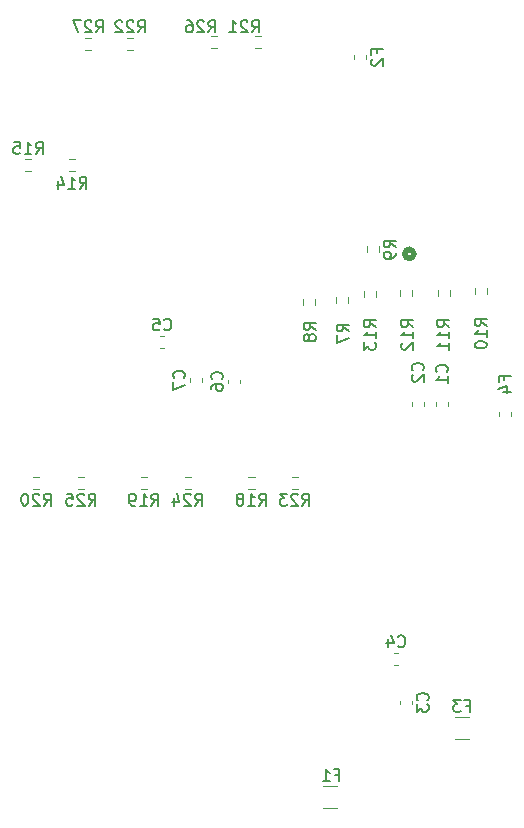
<source format=gbr>
%TF.GenerationSoftware,KiCad,Pcbnew,7.0.7*%
%TF.CreationDate,2024-05-10T07:30:13-05:00*%
%TF.ProjectId,WaterBlasterV2,57617465-7242-46c6-9173-74657256322e,rev?*%
%TF.SameCoordinates,Original*%
%TF.FileFunction,Legend,Bot*%
%TF.FilePolarity,Positive*%
%FSLAX46Y46*%
G04 Gerber Fmt 4.6, Leading zero omitted, Abs format (unit mm)*
G04 Created by KiCad (PCBNEW 7.0.7) date 2024-05-10 07:30:13*
%MOMM*%
%LPD*%
G01*
G04 APERTURE LIST*
%ADD10C,0.150000*%
%ADD11C,0.120000*%
%ADD12C,0.508000*%
G04 APERTURE END LIST*
D10*
X141282009Y-96313666D02*
X141282009Y-95980333D01*
X141805819Y-95980333D02*
X140805819Y-95980333D01*
X140805819Y-95980333D02*
X140805819Y-96456523D01*
X141139152Y-97266047D02*
X141805819Y-97266047D01*
X140758200Y-97027952D02*
X141472485Y-96789857D01*
X141472485Y-96789857D02*
X141472485Y-97408904D01*
X132059819Y-85050333D02*
X131583628Y-84717000D01*
X132059819Y-84478905D02*
X131059819Y-84478905D01*
X131059819Y-84478905D02*
X131059819Y-84859857D01*
X131059819Y-84859857D02*
X131107438Y-84955095D01*
X131107438Y-84955095D02*
X131155057Y-85002714D01*
X131155057Y-85002714D02*
X131250295Y-85050333D01*
X131250295Y-85050333D02*
X131393152Y-85050333D01*
X131393152Y-85050333D02*
X131488390Y-85002714D01*
X131488390Y-85002714D02*
X131536009Y-84955095D01*
X131536009Y-84955095D02*
X131583628Y-84859857D01*
X131583628Y-84859857D02*
X131583628Y-84478905D01*
X132059819Y-85526524D02*
X132059819Y-85717000D01*
X132059819Y-85717000D02*
X132012200Y-85812238D01*
X132012200Y-85812238D02*
X131964580Y-85859857D01*
X131964580Y-85859857D02*
X131821723Y-85955095D01*
X131821723Y-85955095D02*
X131631247Y-86002714D01*
X131631247Y-86002714D02*
X131250295Y-86002714D01*
X131250295Y-86002714D02*
X131155057Y-85955095D01*
X131155057Y-85955095D02*
X131107438Y-85907476D01*
X131107438Y-85907476D02*
X131059819Y-85812238D01*
X131059819Y-85812238D02*
X131059819Y-85621762D01*
X131059819Y-85621762D02*
X131107438Y-85526524D01*
X131107438Y-85526524D02*
X131155057Y-85478905D01*
X131155057Y-85478905D02*
X131250295Y-85431286D01*
X131250295Y-85431286D02*
X131488390Y-85431286D01*
X131488390Y-85431286D02*
X131583628Y-85478905D01*
X131583628Y-85478905D02*
X131631247Y-85526524D01*
X131631247Y-85526524D02*
X131678866Y-85621762D01*
X131678866Y-85621762D02*
X131678866Y-85812238D01*
X131678866Y-85812238D02*
X131631247Y-85907476D01*
X131631247Y-85907476D02*
X131583628Y-85955095D01*
X131583628Y-85955095D02*
X131488390Y-86002714D01*
X125295819Y-92035333D02*
X124819628Y-91702000D01*
X125295819Y-91463905D02*
X124295819Y-91463905D01*
X124295819Y-91463905D02*
X124295819Y-91844857D01*
X124295819Y-91844857D02*
X124343438Y-91940095D01*
X124343438Y-91940095D02*
X124391057Y-91987714D01*
X124391057Y-91987714D02*
X124486295Y-92035333D01*
X124486295Y-92035333D02*
X124629152Y-92035333D01*
X124629152Y-92035333D02*
X124724390Y-91987714D01*
X124724390Y-91987714D02*
X124772009Y-91940095D01*
X124772009Y-91940095D02*
X124819628Y-91844857D01*
X124819628Y-91844857D02*
X124819628Y-91463905D01*
X124724390Y-92606762D02*
X124676771Y-92511524D01*
X124676771Y-92511524D02*
X124629152Y-92463905D01*
X124629152Y-92463905D02*
X124533914Y-92416286D01*
X124533914Y-92416286D02*
X124486295Y-92416286D01*
X124486295Y-92416286D02*
X124391057Y-92463905D01*
X124391057Y-92463905D02*
X124343438Y-92511524D01*
X124343438Y-92511524D02*
X124295819Y-92606762D01*
X124295819Y-92606762D02*
X124295819Y-92797238D01*
X124295819Y-92797238D02*
X124343438Y-92892476D01*
X124343438Y-92892476D02*
X124391057Y-92940095D01*
X124391057Y-92940095D02*
X124486295Y-92987714D01*
X124486295Y-92987714D02*
X124533914Y-92987714D01*
X124533914Y-92987714D02*
X124629152Y-92940095D01*
X124629152Y-92940095D02*
X124676771Y-92892476D01*
X124676771Y-92892476D02*
X124724390Y-92797238D01*
X124724390Y-92797238D02*
X124724390Y-92606762D01*
X124724390Y-92606762D02*
X124772009Y-92511524D01*
X124772009Y-92511524D02*
X124819628Y-92463905D01*
X124819628Y-92463905D02*
X124914866Y-92416286D01*
X124914866Y-92416286D02*
X125105342Y-92416286D01*
X125105342Y-92416286D02*
X125200580Y-92463905D01*
X125200580Y-92463905D02*
X125248200Y-92511524D01*
X125248200Y-92511524D02*
X125295819Y-92606762D01*
X125295819Y-92606762D02*
X125295819Y-92797238D01*
X125295819Y-92797238D02*
X125248200Y-92892476D01*
X125248200Y-92892476D02*
X125200580Y-92940095D01*
X125200580Y-92940095D02*
X125105342Y-92987714D01*
X125105342Y-92987714D02*
X124914866Y-92987714D01*
X124914866Y-92987714D02*
X124819628Y-92940095D01*
X124819628Y-92940095D02*
X124772009Y-92892476D01*
X124772009Y-92892476D02*
X124724390Y-92797238D01*
X128089819Y-92162333D02*
X127613628Y-91829000D01*
X128089819Y-91590905D02*
X127089819Y-91590905D01*
X127089819Y-91590905D02*
X127089819Y-91971857D01*
X127089819Y-91971857D02*
X127137438Y-92067095D01*
X127137438Y-92067095D02*
X127185057Y-92114714D01*
X127185057Y-92114714D02*
X127280295Y-92162333D01*
X127280295Y-92162333D02*
X127423152Y-92162333D01*
X127423152Y-92162333D02*
X127518390Y-92114714D01*
X127518390Y-92114714D02*
X127566009Y-92067095D01*
X127566009Y-92067095D02*
X127613628Y-91971857D01*
X127613628Y-91971857D02*
X127613628Y-91590905D01*
X127089819Y-92495667D02*
X127089819Y-93162333D01*
X127089819Y-93162333D02*
X128089819Y-92733762D01*
X114118580Y-96099333D02*
X114166200Y-96051714D01*
X114166200Y-96051714D02*
X114213819Y-95908857D01*
X114213819Y-95908857D02*
X114213819Y-95813619D01*
X114213819Y-95813619D02*
X114166200Y-95670762D01*
X114166200Y-95670762D02*
X114070961Y-95575524D01*
X114070961Y-95575524D02*
X113975723Y-95527905D01*
X113975723Y-95527905D02*
X113785247Y-95480286D01*
X113785247Y-95480286D02*
X113642390Y-95480286D01*
X113642390Y-95480286D02*
X113451914Y-95527905D01*
X113451914Y-95527905D02*
X113356676Y-95575524D01*
X113356676Y-95575524D02*
X113261438Y-95670762D01*
X113261438Y-95670762D02*
X113213819Y-95813619D01*
X113213819Y-95813619D02*
X113213819Y-95908857D01*
X113213819Y-95908857D02*
X113261438Y-96051714D01*
X113261438Y-96051714D02*
X113309057Y-96099333D01*
X113213819Y-96432667D02*
X113213819Y-97099333D01*
X113213819Y-97099333D02*
X114213819Y-96670762D01*
X117343830Y-96226333D02*
X117391450Y-96178714D01*
X117391450Y-96178714D02*
X117439069Y-96035857D01*
X117439069Y-96035857D02*
X117439069Y-95940619D01*
X117439069Y-95940619D02*
X117391450Y-95797762D01*
X117391450Y-95797762D02*
X117296211Y-95702524D01*
X117296211Y-95702524D02*
X117200973Y-95654905D01*
X117200973Y-95654905D02*
X117010497Y-95607286D01*
X117010497Y-95607286D02*
X116867640Y-95607286D01*
X116867640Y-95607286D02*
X116677164Y-95654905D01*
X116677164Y-95654905D02*
X116581926Y-95702524D01*
X116581926Y-95702524D02*
X116486688Y-95797762D01*
X116486688Y-95797762D02*
X116439069Y-95940619D01*
X116439069Y-95940619D02*
X116439069Y-96035857D01*
X116439069Y-96035857D02*
X116486688Y-96178714D01*
X116486688Y-96178714D02*
X116534307Y-96226333D01*
X116439069Y-97083476D02*
X116439069Y-96893000D01*
X116439069Y-96893000D02*
X116486688Y-96797762D01*
X116486688Y-96797762D02*
X116534307Y-96750143D01*
X116534307Y-96750143D02*
X116677164Y-96654905D01*
X116677164Y-96654905D02*
X116867640Y-96607286D01*
X116867640Y-96607286D02*
X117248592Y-96607286D01*
X117248592Y-96607286D02*
X117343830Y-96654905D01*
X117343830Y-96654905D02*
X117391450Y-96702524D01*
X117391450Y-96702524D02*
X117439069Y-96797762D01*
X117439069Y-96797762D02*
X117439069Y-96988238D01*
X117439069Y-96988238D02*
X117391450Y-97083476D01*
X117391450Y-97083476D02*
X117343830Y-97131095D01*
X117343830Y-97131095D02*
X117248592Y-97178714D01*
X117248592Y-97178714D02*
X117010497Y-97178714D01*
X117010497Y-97178714D02*
X116915259Y-97131095D01*
X116915259Y-97131095D02*
X116867640Y-97083476D01*
X116867640Y-97083476D02*
X116820021Y-96988238D01*
X116820021Y-96988238D02*
X116820021Y-96797762D01*
X116820021Y-96797762D02*
X116867640Y-96702524D01*
X116867640Y-96702524D02*
X116915259Y-96654905D01*
X116915259Y-96654905D02*
X117010497Y-96607286D01*
X112470665Y-91982480D02*
X112518284Y-92030100D01*
X112518284Y-92030100D02*
X112661141Y-92077719D01*
X112661141Y-92077719D02*
X112756379Y-92077719D01*
X112756379Y-92077719D02*
X112899236Y-92030100D01*
X112899236Y-92030100D02*
X112994474Y-91934861D01*
X112994474Y-91934861D02*
X113042093Y-91839623D01*
X113042093Y-91839623D02*
X113089712Y-91649147D01*
X113089712Y-91649147D02*
X113089712Y-91506290D01*
X113089712Y-91506290D02*
X113042093Y-91315814D01*
X113042093Y-91315814D02*
X112994474Y-91220576D01*
X112994474Y-91220576D02*
X112899236Y-91125338D01*
X112899236Y-91125338D02*
X112756379Y-91077719D01*
X112756379Y-91077719D02*
X112661141Y-91077719D01*
X112661141Y-91077719D02*
X112518284Y-91125338D01*
X112518284Y-91125338D02*
X112470665Y-91172957D01*
X111565903Y-91077719D02*
X112042093Y-91077719D01*
X112042093Y-91077719D02*
X112089712Y-91553909D01*
X112089712Y-91553909D02*
X112042093Y-91506290D01*
X112042093Y-91506290D02*
X111946855Y-91458671D01*
X111946855Y-91458671D02*
X111708760Y-91458671D01*
X111708760Y-91458671D02*
X111613522Y-91506290D01*
X111613522Y-91506290D02*
X111565903Y-91553909D01*
X111565903Y-91553909D02*
X111518284Y-91649147D01*
X111518284Y-91649147D02*
X111518284Y-91887242D01*
X111518284Y-91887242D02*
X111565903Y-91982480D01*
X111565903Y-91982480D02*
X111613522Y-92030100D01*
X111613522Y-92030100D02*
X111708760Y-92077719D01*
X111708760Y-92077719D02*
X111946855Y-92077719D01*
X111946855Y-92077719D02*
X112042093Y-92030100D01*
X112042093Y-92030100D02*
X112089712Y-91982480D01*
X106687857Y-66842819D02*
X107021190Y-66366628D01*
X107259285Y-66842819D02*
X107259285Y-65842819D01*
X107259285Y-65842819D02*
X106878333Y-65842819D01*
X106878333Y-65842819D02*
X106783095Y-65890438D01*
X106783095Y-65890438D02*
X106735476Y-65938057D01*
X106735476Y-65938057D02*
X106687857Y-66033295D01*
X106687857Y-66033295D02*
X106687857Y-66176152D01*
X106687857Y-66176152D02*
X106735476Y-66271390D01*
X106735476Y-66271390D02*
X106783095Y-66319009D01*
X106783095Y-66319009D02*
X106878333Y-66366628D01*
X106878333Y-66366628D02*
X107259285Y-66366628D01*
X106306904Y-65938057D02*
X106259285Y-65890438D01*
X106259285Y-65890438D02*
X106164047Y-65842819D01*
X106164047Y-65842819D02*
X105925952Y-65842819D01*
X105925952Y-65842819D02*
X105830714Y-65890438D01*
X105830714Y-65890438D02*
X105783095Y-65938057D01*
X105783095Y-65938057D02*
X105735476Y-66033295D01*
X105735476Y-66033295D02*
X105735476Y-66128533D01*
X105735476Y-66128533D02*
X105783095Y-66271390D01*
X105783095Y-66271390D02*
X106354523Y-66842819D01*
X106354523Y-66842819D02*
X105735476Y-66842819D01*
X105402142Y-65842819D02*
X104735476Y-65842819D01*
X104735476Y-65842819D02*
X105164047Y-66842819D01*
X116212857Y-66842819D02*
X116546190Y-66366628D01*
X116784285Y-66842819D02*
X116784285Y-65842819D01*
X116784285Y-65842819D02*
X116403333Y-65842819D01*
X116403333Y-65842819D02*
X116308095Y-65890438D01*
X116308095Y-65890438D02*
X116260476Y-65938057D01*
X116260476Y-65938057D02*
X116212857Y-66033295D01*
X116212857Y-66033295D02*
X116212857Y-66176152D01*
X116212857Y-66176152D02*
X116260476Y-66271390D01*
X116260476Y-66271390D02*
X116308095Y-66319009D01*
X116308095Y-66319009D02*
X116403333Y-66366628D01*
X116403333Y-66366628D02*
X116784285Y-66366628D01*
X115831904Y-65938057D02*
X115784285Y-65890438D01*
X115784285Y-65890438D02*
X115689047Y-65842819D01*
X115689047Y-65842819D02*
X115450952Y-65842819D01*
X115450952Y-65842819D02*
X115355714Y-65890438D01*
X115355714Y-65890438D02*
X115308095Y-65938057D01*
X115308095Y-65938057D02*
X115260476Y-66033295D01*
X115260476Y-66033295D02*
X115260476Y-66128533D01*
X115260476Y-66128533D02*
X115308095Y-66271390D01*
X115308095Y-66271390D02*
X115879523Y-66842819D01*
X115879523Y-66842819D02*
X115260476Y-66842819D01*
X114403333Y-65842819D02*
X114593809Y-65842819D01*
X114593809Y-65842819D02*
X114689047Y-65890438D01*
X114689047Y-65890438D02*
X114736666Y-65938057D01*
X114736666Y-65938057D02*
X114831904Y-66080914D01*
X114831904Y-66080914D02*
X114879523Y-66271390D01*
X114879523Y-66271390D02*
X114879523Y-66652342D01*
X114879523Y-66652342D02*
X114831904Y-66747580D01*
X114831904Y-66747580D02*
X114784285Y-66795200D01*
X114784285Y-66795200D02*
X114689047Y-66842819D01*
X114689047Y-66842819D02*
X114498571Y-66842819D01*
X114498571Y-66842819D02*
X114403333Y-66795200D01*
X114403333Y-66795200D02*
X114355714Y-66747580D01*
X114355714Y-66747580D02*
X114308095Y-66652342D01*
X114308095Y-66652342D02*
X114308095Y-66414247D01*
X114308095Y-66414247D02*
X114355714Y-66319009D01*
X114355714Y-66319009D02*
X114403333Y-66271390D01*
X114403333Y-66271390D02*
X114498571Y-66223771D01*
X114498571Y-66223771D02*
X114689047Y-66223771D01*
X114689047Y-66223771D02*
X114784285Y-66271390D01*
X114784285Y-66271390D02*
X114831904Y-66319009D01*
X114831904Y-66319009D02*
X114879523Y-66414247D01*
X106076357Y-106913819D02*
X106409690Y-106437628D01*
X106647785Y-106913819D02*
X106647785Y-105913819D01*
X106647785Y-105913819D02*
X106266833Y-105913819D01*
X106266833Y-105913819D02*
X106171595Y-105961438D01*
X106171595Y-105961438D02*
X106123976Y-106009057D01*
X106123976Y-106009057D02*
X106076357Y-106104295D01*
X106076357Y-106104295D02*
X106076357Y-106247152D01*
X106076357Y-106247152D02*
X106123976Y-106342390D01*
X106123976Y-106342390D02*
X106171595Y-106390009D01*
X106171595Y-106390009D02*
X106266833Y-106437628D01*
X106266833Y-106437628D02*
X106647785Y-106437628D01*
X105695404Y-106009057D02*
X105647785Y-105961438D01*
X105647785Y-105961438D02*
X105552547Y-105913819D01*
X105552547Y-105913819D02*
X105314452Y-105913819D01*
X105314452Y-105913819D02*
X105219214Y-105961438D01*
X105219214Y-105961438D02*
X105171595Y-106009057D01*
X105171595Y-106009057D02*
X105123976Y-106104295D01*
X105123976Y-106104295D02*
X105123976Y-106199533D01*
X105123976Y-106199533D02*
X105171595Y-106342390D01*
X105171595Y-106342390D02*
X105743023Y-106913819D01*
X105743023Y-106913819D02*
X105123976Y-106913819D01*
X104219214Y-105913819D02*
X104695404Y-105913819D01*
X104695404Y-105913819D02*
X104743023Y-106390009D01*
X104743023Y-106390009D02*
X104695404Y-106342390D01*
X104695404Y-106342390D02*
X104600166Y-106294771D01*
X104600166Y-106294771D02*
X104362071Y-106294771D01*
X104362071Y-106294771D02*
X104266833Y-106342390D01*
X104266833Y-106342390D02*
X104219214Y-106390009D01*
X104219214Y-106390009D02*
X104171595Y-106485247D01*
X104171595Y-106485247D02*
X104171595Y-106723342D01*
X104171595Y-106723342D02*
X104219214Y-106818580D01*
X104219214Y-106818580D02*
X104266833Y-106866200D01*
X104266833Y-106866200D02*
X104362071Y-106913819D01*
X104362071Y-106913819D02*
X104600166Y-106913819D01*
X104600166Y-106913819D02*
X104695404Y-106866200D01*
X104695404Y-106866200D02*
X104743023Y-106818580D01*
X115093357Y-106913819D02*
X115426690Y-106437628D01*
X115664785Y-106913819D02*
X115664785Y-105913819D01*
X115664785Y-105913819D02*
X115283833Y-105913819D01*
X115283833Y-105913819D02*
X115188595Y-105961438D01*
X115188595Y-105961438D02*
X115140976Y-106009057D01*
X115140976Y-106009057D02*
X115093357Y-106104295D01*
X115093357Y-106104295D02*
X115093357Y-106247152D01*
X115093357Y-106247152D02*
X115140976Y-106342390D01*
X115140976Y-106342390D02*
X115188595Y-106390009D01*
X115188595Y-106390009D02*
X115283833Y-106437628D01*
X115283833Y-106437628D02*
X115664785Y-106437628D01*
X114712404Y-106009057D02*
X114664785Y-105961438D01*
X114664785Y-105961438D02*
X114569547Y-105913819D01*
X114569547Y-105913819D02*
X114331452Y-105913819D01*
X114331452Y-105913819D02*
X114236214Y-105961438D01*
X114236214Y-105961438D02*
X114188595Y-106009057D01*
X114188595Y-106009057D02*
X114140976Y-106104295D01*
X114140976Y-106104295D02*
X114140976Y-106199533D01*
X114140976Y-106199533D02*
X114188595Y-106342390D01*
X114188595Y-106342390D02*
X114760023Y-106913819D01*
X114760023Y-106913819D02*
X114140976Y-106913819D01*
X113283833Y-106247152D02*
X113283833Y-106913819D01*
X113521928Y-105866200D02*
X113760023Y-106580485D01*
X113760023Y-106580485D02*
X113140976Y-106580485D01*
X124166857Y-106913819D02*
X124500190Y-106437628D01*
X124738285Y-106913819D02*
X124738285Y-105913819D01*
X124738285Y-105913819D02*
X124357333Y-105913819D01*
X124357333Y-105913819D02*
X124262095Y-105961438D01*
X124262095Y-105961438D02*
X124214476Y-106009057D01*
X124214476Y-106009057D02*
X124166857Y-106104295D01*
X124166857Y-106104295D02*
X124166857Y-106247152D01*
X124166857Y-106247152D02*
X124214476Y-106342390D01*
X124214476Y-106342390D02*
X124262095Y-106390009D01*
X124262095Y-106390009D02*
X124357333Y-106437628D01*
X124357333Y-106437628D02*
X124738285Y-106437628D01*
X123785904Y-106009057D02*
X123738285Y-105961438D01*
X123738285Y-105961438D02*
X123643047Y-105913819D01*
X123643047Y-105913819D02*
X123404952Y-105913819D01*
X123404952Y-105913819D02*
X123309714Y-105961438D01*
X123309714Y-105961438D02*
X123262095Y-106009057D01*
X123262095Y-106009057D02*
X123214476Y-106104295D01*
X123214476Y-106104295D02*
X123214476Y-106199533D01*
X123214476Y-106199533D02*
X123262095Y-106342390D01*
X123262095Y-106342390D02*
X123833523Y-106913819D01*
X123833523Y-106913819D02*
X123214476Y-106913819D01*
X122881142Y-105913819D02*
X122262095Y-105913819D01*
X122262095Y-105913819D02*
X122595428Y-106294771D01*
X122595428Y-106294771D02*
X122452571Y-106294771D01*
X122452571Y-106294771D02*
X122357333Y-106342390D01*
X122357333Y-106342390D02*
X122309714Y-106390009D01*
X122309714Y-106390009D02*
X122262095Y-106485247D01*
X122262095Y-106485247D02*
X122262095Y-106723342D01*
X122262095Y-106723342D02*
X122309714Y-106818580D01*
X122309714Y-106818580D02*
X122357333Y-106866200D01*
X122357333Y-106866200D02*
X122452571Y-106913819D01*
X122452571Y-106913819D02*
X122738285Y-106913819D01*
X122738285Y-106913819D02*
X122833523Y-106866200D01*
X122833523Y-106866200D02*
X122881142Y-106818580D01*
X110243857Y-66842819D02*
X110577190Y-66366628D01*
X110815285Y-66842819D02*
X110815285Y-65842819D01*
X110815285Y-65842819D02*
X110434333Y-65842819D01*
X110434333Y-65842819D02*
X110339095Y-65890438D01*
X110339095Y-65890438D02*
X110291476Y-65938057D01*
X110291476Y-65938057D02*
X110243857Y-66033295D01*
X110243857Y-66033295D02*
X110243857Y-66176152D01*
X110243857Y-66176152D02*
X110291476Y-66271390D01*
X110291476Y-66271390D02*
X110339095Y-66319009D01*
X110339095Y-66319009D02*
X110434333Y-66366628D01*
X110434333Y-66366628D02*
X110815285Y-66366628D01*
X109862904Y-65938057D02*
X109815285Y-65890438D01*
X109815285Y-65890438D02*
X109720047Y-65842819D01*
X109720047Y-65842819D02*
X109481952Y-65842819D01*
X109481952Y-65842819D02*
X109386714Y-65890438D01*
X109386714Y-65890438D02*
X109339095Y-65938057D01*
X109339095Y-65938057D02*
X109291476Y-66033295D01*
X109291476Y-66033295D02*
X109291476Y-66128533D01*
X109291476Y-66128533D02*
X109339095Y-66271390D01*
X109339095Y-66271390D02*
X109910523Y-66842819D01*
X109910523Y-66842819D02*
X109291476Y-66842819D01*
X108910523Y-65938057D02*
X108862904Y-65890438D01*
X108862904Y-65890438D02*
X108767666Y-65842819D01*
X108767666Y-65842819D02*
X108529571Y-65842819D01*
X108529571Y-65842819D02*
X108434333Y-65890438D01*
X108434333Y-65890438D02*
X108386714Y-65938057D01*
X108386714Y-65938057D02*
X108339095Y-66033295D01*
X108339095Y-66033295D02*
X108339095Y-66128533D01*
X108339095Y-66128533D02*
X108386714Y-66271390D01*
X108386714Y-66271390D02*
X108958142Y-66842819D01*
X108958142Y-66842819D02*
X108339095Y-66842819D01*
X119895857Y-66842819D02*
X120229190Y-66366628D01*
X120467285Y-66842819D02*
X120467285Y-65842819D01*
X120467285Y-65842819D02*
X120086333Y-65842819D01*
X120086333Y-65842819D02*
X119991095Y-65890438D01*
X119991095Y-65890438D02*
X119943476Y-65938057D01*
X119943476Y-65938057D02*
X119895857Y-66033295D01*
X119895857Y-66033295D02*
X119895857Y-66176152D01*
X119895857Y-66176152D02*
X119943476Y-66271390D01*
X119943476Y-66271390D02*
X119991095Y-66319009D01*
X119991095Y-66319009D02*
X120086333Y-66366628D01*
X120086333Y-66366628D02*
X120467285Y-66366628D01*
X119514904Y-65938057D02*
X119467285Y-65890438D01*
X119467285Y-65890438D02*
X119372047Y-65842819D01*
X119372047Y-65842819D02*
X119133952Y-65842819D01*
X119133952Y-65842819D02*
X119038714Y-65890438D01*
X119038714Y-65890438D02*
X118991095Y-65938057D01*
X118991095Y-65938057D02*
X118943476Y-66033295D01*
X118943476Y-66033295D02*
X118943476Y-66128533D01*
X118943476Y-66128533D02*
X118991095Y-66271390D01*
X118991095Y-66271390D02*
X119562523Y-66842819D01*
X119562523Y-66842819D02*
X118943476Y-66842819D01*
X117991095Y-66842819D02*
X118562523Y-66842819D01*
X118276809Y-66842819D02*
X118276809Y-65842819D01*
X118276809Y-65842819D02*
X118372047Y-65985676D01*
X118372047Y-65985676D02*
X118467285Y-66080914D01*
X118467285Y-66080914D02*
X118562523Y-66128533D01*
X102289857Y-106913819D02*
X102623190Y-106437628D01*
X102861285Y-106913819D02*
X102861285Y-105913819D01*
X102861285Y-105913819D02*
X102480333Y-105913819D01*
X102480333Y-105913819D02*
X102385095Y-105961438D01*
X102385095Y-105961438D02*
X102337476Y-106009057D01*
X102337476Y-106009057D02*
X102289857Y-106104295D01*
X102289857Y-106104295D02*
X102289857Y-106247152D01*
X102289857Y-106247152D02*
X102337476Y-106342390D01*
X102337476Y-106342390D02*
X102385095Y-106390009D01*
X102385095Y-106390009D02*
X102480333Y-106437628D01*
X102480333Y-106437628D02*
X102861285Y-106437628D01*
X101908904Y-106009057D02*
X101861285Y-105961438D01*
X101861285Y-105961438D02*
X101766047Y-105913819D01*
X101766047Y-105913819D02*
X101527952Y-105913819D01*
X101527952Y-105913819D02*
X101432714Y-105961438D01*
X101432714Y-105961438D02*
X101385095Y-106009057D01*
X101385095Y-106009057D02*
X101337476Y-106104295D01*
X101337476Y-106104295D02*
X101337476Y-106199533D01*
X101337476Y-106199533D02*
X101385095Y-106342390D01*
X101385095Y-106342390D02*
X101956523Y-106913819D01*
X101956523Y-106913819D02*
X101337476Y-106913819D01*
X100718428Y-105913819D02*
X100623190Y-105913819D01*
X100623190Y-105913819D02*
X100527952Y-105961438D01*
X100527952Y-105961438D02*
X100480333Y-106009057D01*
X100480333Y-106009057D02*
X100432714Y-106104295D01*
X100432714Y-106104295D02*
X100385095Y-106294771D01*
X100385095Y-106294771D02*
X100385095Y-106532866D01*
X100385095Y-106532866D02*
X100432714Y-106723342D01*
X100432714Y-106723342D02*
X100480333Y-106818580D01*
X100480333Y-106818580D02*
X100527952Y-106866200D01*
X100527952Y-106866200D02*
X100623190Y-106913819D01*
X100623190Y-106913819D02*
X100718428Y-106913819D01*
X100718428Y-106913819D02*
X100813666Y-106866200D01*
X100813666Y-106866200D02*
X100861285Y-106818580D01*
X100861285Y-106818580D02*
X100908904Y-106723342D01*
X100908904Y-106723342D02*
X100956523Y-106532866D01*
X100956523Y-106532866D02*
X100956523Y-106294771D01*
X100956523Y-106294771D02*
X100908904Y-106104295D01*
X100908904Y-106104295D02*
X100861285Y-106009057D01*
X100861285Y-106009057D02*
X100813666Y-105961438D01*
X100813666Y-105961438D02*
X100718428Y-105913819D01*
X111386857Y-106913819D02*
X111720190Y-106437628D01*
X111958285Y-106913819D02*
X111958285Y-105913819D01*
X111958285Y-105913819D02*
X111577333Y-105913819D01*
X111577333Y-105913819D02*
X111482095Y-105961438D01*
X111482095Y-105961438D02*
X111434476Y-106009057D01*
X111434476Y-106009057D02*
X111386857Y-106104295D01*
X111386857Y-106104295D02*
X111386857Y-106247152D01*
X111386857Y-106247152D02*
X111434476Y-106342390D01*
X111434476Y-106342390D02*
X111482095Y-106390009D01*
X111482095Y-106390009D02*
X111577333Y-106437628D01*
X111577333Y-106437628D02*
X111958285Y-106437628D01*
X110434476Y-106913819D02*
X111005904Y-106913819D01*
X110720190Y-106913819D02*
X110720190Y-105913819D01*
X110720190Y-105913819D02*
X110815428Y-106056676D01*
X110815428Y-106056676D02*
X110910666Y-106151914D01*
X110910666Y-106151914D02*
X111005904Y-106199533D01*
X109958285Y-106913819D02*
X109767809Y-106913819D01*
X109767809Y-106913819D02*
X109672571Y-106866200D01*
X109672571Y-106866200D02*
X109624952Y-106818580D01*
X109624952Y-106818580D02*
X109529714Y-106675723D01*
X109529714Y-106675723D02*
X109482095Y-106485247D01*
X109482095Y-106485247D02*
X109482095Y-106104295D01*
X109482095Y-106104295D02*
X109529714Y-106009057D01*
X109529714Y-106009057D02*
X109577333Y-105961438D01*
X109577333Y-105961438D02*
X109672571Y-105913819D01*
X109672571Y-105913819D02*
X109863047Y-105913819D01*
X109863047Y-105913819D02*
X109958285Y-105961438D01*
X109958285Y-105961438D02*
X110005904Y-106009057D01*
X110005904Y-106009057D02*
X110053523Y-106104295D01*
X110053523Y-106104295D02*
X110053523Y-106342390D01*
X110053523Y-106342390D02*
X110005904Y-106437628D01*
X110005904Y-106437628D02*
X109958285Y-106485247D01*
X109958285Y-106485247D02*
X109863047Y-106532866D01*
X109863047Y-106532866D02*
X109672571Y-106532866D01*
X109672571Y-106532866D02*
X109577333Y-106485247D01*
X109577333Y-106485247D02*
X109529714Y-106437628D01*
X109529714Y-106437628D02*
X109482095Y-106342390D01*
X120507357Y-106913819D02*
X120840690Y-106437628D01*
X121078785Y-106913819D02*
X121078785Y-105913819D01*
X121078785Y-105913819D02*
X120697833Y-105913819D01*
X120697833Y-105913819D02*
X120602595Y-105961438D01*
X120602595Y-105961438D02*
X120554976Y-106009057D01*
X120554976Y-106009057D02*
X120507357Y-106104295D01*
X120507357Y-106104295D02*
X120507357Y-106247152D01*
X120507357Y-106247152D02*
X120554976Y-106342390D01*
X120554976Y-106342390D02*
X120602595Y-106390009D01*
X120602595Y-106390009D02*
X120697833Y-106437628D01*
X120697833Y-106437628D02*
X121078785Y-106437628D01*
X119554976Y-106913819D02*
X120126404Y-106913819D01*
X119840690Y-106913819D02*
X119840690Y-105913819D01*
X119840690Y-105913819D02*
X119935928Y-106056676D01*
X119935928Y-106056676D02*
X120031166Y-106151914D01*
X120031166Y-106151914D02*
X120126404Y-106199533D01*
X118983547Y-106342390D02*
X119078785Y-106294771D01*
X119078785Y-106294771D02*
X119126404Y-106247152D01*
X119126404Y-106247152D02*
X119174023Y-106151914D01*
X119174023Y-106151914D02*
X119174023Y-106104295D01*
X119174023Y-106104295D02*
X119126404Y-106009057D01*
X119126404Y-106009057D02*
X119078785Y-105961438D01*
X119078785Y-105961438D02*
X118983547Y-105913819D01*
X118983547Y-105913819D02*
X118793071Y-105913819D01*
X118793071Y-105913819D02*
X118697833Y-105961438D01*
X118697833Y-105961438D02*
X118650214Y-106009057D01*
X118650214Y-106009057D02*
X118602595Y-106104295D01*
X118602595Y-106104295D02*
X118602595Y-106151914D01*
X118602595Y-106151914D02*
X118650214Y-106247152D01*
X118650214Y-106247152D02*
X118697833Y-106294771D01*
X118697833Y-106294771D02*
X118793071Y-106342390D01*
X118793071Y-106342390D02*
X118983547Y-106342390D01*
X118983547Y-106342390D02*
X119078785Y-106390009D01*
X119078785Y-106390009D02*
X119126404Y-106437628D01*
X119126404Y-106437628D02*
X119174023Y-106532866D01*
X119174023Y-106532866D02*
X119174023Y-106723342D01*
X119174023Y-106723342D02*
X119126404Y-106818580D01*
X119126404Y-106818580D02*
X119078785Y-106866200D01*
X119078785Y-106866200D02*
X118983547Y-106913819D01*
X118983547Y-106913819D02*
X118793071Y-106913819D01*
X118793071Y-106913819D02*
X118697833Y-106866200D01*
X118697833Y-106866200D02*
X118650214Y-106818580D01*
X118650214Y-106818580D02*
X118602595Y-106723342D01*
X118602595Y-106723342D02*
X118602595Y-106532866D01*
X118602595Y-106532866D02*
X118650214Y-106437628D01*
X118650214Y-106437628D02*
X118697833Y-106390009D01*
X118697833Y-106390009D02*
X118793071Y-106342390D01*
X101607857Y-77129819D02*
X101941190Y-76653628D01*
X102179285Y-77129819D02*
X102179285Y-76129819D01*
X102179285Y-76129819D02*
X101798333Y-76129819D01*
X101798333Y-76129819D02*
X101703095Y-76177438D01*
X101703095Y-76177438D02*
X101655476Y-76225057D01*
X101655476Y-76225057D02*
X101607857Y-76320295D01*
X101607857Y-76320295D02*
X101607857Y-76463152D01*
X101607857Y-76463152D02*
X101655476Y-76558390D01*
X101655476Y-76558390D02*
X101703095Y-76606009D01*
X101703095Y-76606009D02*
X101798333Y-76653628D01*
X101798333Y-76653628D02*
X102179285Y-76653628D01*
X100655476Y-77129819D02*
X101226904Y-77129819D01*
X100941190Y-77129819D02*
X100941190Y-76129819D01*
X100941190Y-76129819D02*
X101036428Y-76272676D01*
X101036428Y-76272676D02*
X101131666Y-76367914D01*
X101131666Y-76367914D02*
X101226904Y-76415533D01*
X99750714Y-76129819D02*
X100226904Y-76129819D01*
X100226904Y-76129819D02*
X100274523Y-76606009D01*
X100274523Y-76606009D02*
X100226904Y-76558390D01*
X100226904Y-76558390D02*
X100131666Y-76510771D01*
X100131666Y-76510771D02*
X99893571Y-76510771D01*
X99893571Y-76510771D02*
X99798333Y-76558390D01*
X99798333Y-76558390D02*
X99750714Y-76606009D01*
X99750714Y-76606009D02*
X99703095Y-76701247D01*
X99703095Y-76701247D02*
X99703095Y-76939342D01*
X99703095Y-76939342D02*
X99750714Y-77034580D01*
X99750714Y-77034580D02*
X99798333Y-77082200D01*
X99798333Y-77082200D02*
X99893571Y-77129819D01*
X99893571Y-77129819D02*
X100131666Y-77129819D01*
X100131666Y-77129819D02*
X100226904Y-77082200D01*
X100226904Y-77082200D02*
X100274523Y-77034580D01*
X105314357Y-80083819D02*
X105647690Y-79607628D01*
X105885785Y-80083819D02*
X105885785Y-79083819D01*
X105885785Y-79083819D02*
X105504833Y-79083819D01*
X105504833Y-79083819D02*
X105409595Y-79131438D01*
X105409595Y-79131438D02*
X105361976Y-79179057D01*
X105361976Y-79179057D02*
X105314357Y-79274295D01*
X105314357Y-79274295D02*
X105314357Y-79417152D01*
X105314357Y-79417152D02*
X105361976Y-79512390D01*
X105361976Y-79512390D02*
X105409595Y-79560009D01*
X105409595Y-79560009D02*
X105504833Y-79607628D01*
X105504833Y-79607628D02*
X105885785Y-79607628D01*
X104361976Y-80083819D02*
X104933404Y-80083819D01*
X104647690Y-80083819D02*
X104647690Y-79083819D01*
X104647690Y-79083819D02*
X104742928Y-79226676D01*
X104742928Y-79226676D02*
X104838166Y-79321914D01*
X104838166Y-79321914D02*
X104933404Y-79369533D01*
X103504833Y-79417152D02*
X103504833Y-80083819D01*
X103742928Y-79036200D02*
X103981023Y-79750485D01*
X103981023Y-79750485D02*
X103361976Y-79750485D01*
X130375819Y-91813142D02*
X129899628Y-91479809D01*
X130375819Y-91241714D02*
X129375819Y-91241714D01*
X129375819Y-91241714D02*
X129375819Y-91622666D01*
X129375819Y-91622666D02*
X129423438Y-91717904D01*
X129423438Y-91717904D02*
X129471057Y-91765523D01*
X129471057Y-91765523D02*
X129566295Y-91813142D01*
X129566295Y-91813142D02*
X129709152Y-91813142D01*
X129709152Y-91813142D02*
X129804390Y-91765523D01*
X129804390Y-91765523D02*
X129852009Y-91717904D01*
X129852009Y-91717904D02*
X129899628Y-91622666D01*
X129899628Y-91622666D02*
X129899628Y-91241714D01*
X130375819Y-92765523D02*
X130375819Y-92194095D01*
X130375819Y-92479809D02*
X129375819Y-92479809D01*
X129375819Y-92479809D02*
X129518676Y-92384571D01*
X129518676Y-92384571D02*
X129613914Y-92289333D01*
X129613914Y-92289333D02*
X129661533Y-92194095D01*
X129375819Y-93098857D02*
X129375819Y-93717904D01*
X129375819Y-93717904D02*
X129756771Y-93384571D01*
X129756771Y-93384571D02*
X129756771Y-93527428D01*
X129756771Y-93527428D02*
X129804390Y-93622666D01*
X129804390Y-93622666D02*
X129852009Y-93670285D01*
X129852009Y-93670285D02*
X129947247Y-93717904D01*
X129947247Y-93717904D02*
X130185342Y-93717904D01*
X130185342Y-93717904D02*
X130280580Y-93670285D01*
X130280580Y-93670285D02*
X130328200Y-93622666D01*
X130328200Y-93622666D02*
X130375819Y-93527428D01*
X130375819Y-93527428D02*
X130375819Y-93241714D01*
X130375819Y-93241714D02*
X130328200Y-93146476D01*
X130328200Y-93146476D02*
X130280580Y-93098857D01*
X133550819Y-91813142D02*
X133074628Y-91479809D01*
X133550819Y-91241714D02*
X132550819Y-91241714D01*
X132550819Y-91241714D02*
X132550819Y-91622666D01*
X132550819Y-91622666D02*
X132598438Y-91717904D01*
X132598438Y-91717904D02*
X132646057Y-91765523D01*
X132646057Y-91765523D02*
X132741295Y-91813142D01*
X132741295Y-91813142D02*
X132884152Y-91813142D01*
X132884152Y-91813142D02*
X132979390Y-91765523D01*
X132979390Y-91765523D02*
X133027009Y-91717904D01*
X133027009Y-91717904D02*
X133074628Y-91622666D01*
X133074628Y-91622666D02*
X133074628Y-91241714D01*
X133550819Y-92765523D02*
X133550819Y-92194095D01*
X133550819Y-92479809D02*
X132550819Y-92479809D01*
X132550819Y-92479809D02*
X132693676Y-92384571D01*
X132693676Y-92384571D02*
X132788914Y-92289333D01*
X132788914Y-92289333D02*
X132836533Y-92194095D01*
X132646057Y-93146476D02*
X132598438Y-93194095D01*
X132598438Y-93194095D02*
X132550819Y-93289333D01*
X132550819Y-93289333D02*
X132550819Y-93527428D01*
X132550819Y-93527428D02*
X132598438Y-93622666D01*
X132598438Y-93622666D02*
X132646057Y-93670285D01*
X132646057Y-93670285D02*
X132741295Y-93717904D01*
X132741295Y-93717904D02*
X132836533Y-93717904D01*
X132836533Y-93717904D02*
X132979390Y-93670285D01*
X132979390Y-93670285D02*
X133550819Y-93098857D01*
X133550819Y-93098857D02*
X133550819Y-93717904D01*
X136598819Y-91813142D02*
X136122628Y-91479809D01*
X136598819Y-91241714D02*
X135598819Y-91241714D01*
X135598819Y-91241714D02*
X135598819Y-91622666D01*
X135598819Y-91622666D02*
X135646438Y-91717904D01*
X135646438Y-91717904D02*
X135694057Y-91765523D01*
X135694057Y-91765523D02*
X135789295Y-91813142D01*
X135789295Y-91813142D02*
X135932152Y-91813142D01*
X135932152Y-91813142D02*
X136027390Y-91765523D01*
X136027390Y-91765523D02*
X136075009Y-91717904D01*
X136075009Y-91717904D02*
X136122628Y-91622666D01*
X136122628Y-91622666D02*
X136122628Y-91241714D01*
X136598819Y-92765523D02*
X136598819Y-92194095D01*
X136598819Y-92479809D02*
X135598819Y-92479809D01*
X135598819Y-92479809D02*
X135741676Y-92384571D01*
X135741676Y-92384571D02*
X135836914Y-92289333D01*
X135836914Y-92289333D02*
X135884533Y-92194095D01*
X136598819Y-93717904D02*
X136598819Y-93146476D01*
X136598819Y-93432190D02*
X135598819Y-93432190D01*
X135598819Y-93432190D02*
X135741676Y-93336952D01*
X135741676Y-93336952D02*
X135836914Y-93241714D01*
X135836914Y-93241714D02*
X135884533Y-93146476D01*
X139773819Y-91686142D02*
X139297628Y-91352809D01*
X139773819Y-91114714D02*
X138773819Y-91114714D01*
X138773819Y-91114714D02*
X138773819Y-91495666D01*
X138773819Y-91495666D02*
X138821438Y-91590904D01*
X138821438Y-91590904D02*
X138869057Y-91638523D01*
X138869057Y-91638523D02*
X138964295Y-91686142D01*
X138964295Y-91686142D02*
X139107152Y-91686142D01*
X139107152Y-91686142D02*
X139202390Y-91638523D01*
X139202390Y-91638523D02*
X139250009Y-91590904D01*
X139250009Y-91590904D02*
X139297628Y-91495666D01*
X139297628Y-91495666D02*
X139297628Y-91114714D01*
X139773819Y-92638523D02*
X139773819Y-92067095D01*
X139773819Y-92352809D02*
X138773819Y-92352809D01*
X138773819Y-92352809D02*
X138916676Y-92257571D01*
X138916676Y-92257571D02*
X139011914Y-92162333D01*
X139011914Y-92162333D02*
X139059533Y-92067095D01*
X138773819Y-93257571D02*
X138773819Y-93352809D01*
X138773819Y-93352809D02*
X138821438Y-93448047D01*
X138821438Y-93448047D02*
X138869057Y-93495666D01*
X138869057Y-93495666D02*
X138964295Y-93543285D01*
X138964295Y-93543285D02*
X139154771Y-93590904D01*
X139154771Y-93590904D02*
X139392866Y-93590904D01*
X139392866Y-93590904D02*
X139583342Y-93543285D01*
X139583342Y-93543285D02*
X139678580Y-93495666D01*
X139678580Y-93495666D02*
X139726200Y-93448047D01*
X139726200Y-93448047D02*
X139773819Y-93352809D01*
X139773819Y-93352809D02*
X139773819Y-93257571D01*
X139773819Y-93257571D02*
X139726200Y-93162333D01*
X139726200Y-93162333D02*
X139678580Y-93114714D01*
X139678580Y-93114714D02*
X139583342Y-93067095D01*
X139583342Y-93067095D02*
X139392866Y-93019476D01*
X139392866Y-93019476D02*
X139154771Y-93019476D01*
X139154771Y-93019476D02*
X138964295Y-93067095D01*
X138964295Y-93067095D02*
X138869057Y-93114714D01*
X138869057Y-93114714D02*
X138821438Y-93162333D01*
X138821438Y-93162333D02*
X138773819Y-93257571D01*
X138001333Y-123841009D02*
X138334666Y-123841009D01*
X138334666Y-124364819D02*
X138334666Y-123364819D01*
X138334666Y-123364819D02*
X137858476Y-123364819D01*
X137572761Y-123364819D02*
X136953714Y-123364819D01*
X136953714Y-123364819D02*
X137287047Y-123745771D01*
X137287047Y-123745771D02*
X137144190Y-123745771D01*
X137144190Y-123745771D02*
X137048952Y-123793390D01*
X137048952Y-123793390D02*
X137001333Y-123841009D01*
X137001333Y-123841009D02*
X136953714Y-123936247D01*
X136953714Y-123936247D02*
X136953714Y-124174342D01*
X136953714Y-124174342D02*
X137001333Y-124269580D01*
X137001333Y-124269580D02*
X137048952Y-124317200D01*
X137048952Y-124317200D02*
X137144190Y-124364819D01*
X137144190Y-124364819D02*
X137429904Y-124364819D01*
X137429904Y-124364819D02*
X137525142Y-124317200D01*
X137525142Y-124317200D02*
X137572761Y-124269580D01*
X130487009Y-68627666D02*
X130487009Y-68294333D01*
X131010819Y-68294333D02*
X130010819Y-68294333D01*
X130010819Y-68294333D02*
X130010819Y-68770523D01*
X130106057Y-69103857D02*
X130058438Y-69151476D01*
X130058438Y-69151476D02*
X130010819Y-69246714D01*
X130010819Y-69246714D02*
X130010819Y-69484809D01*
X130010819Y-69484809D02*
X130058438Y-69580047D01*
X130058438Y-69580047D02*
X130106057Y-69627666D01*
X130106057Y-69627666D02*
X130201295Y-69675285D01*
X130201295Y-69675285D02*
X130296533Y-69675285D01*
X130296533Y-69675285D02*
X130439390Y-69627666D01*
X130439390Y-69627666D02*
X131010819Y-69056238D01*
X131010819Y-69056238D02*
X131010819Y-69675285D01*
X126952333Y-129725009D02*
X127285666Y-129725009D01*
X127285666Y-130248819D02*
X127285666Y-129248819D01*
X127285666Y-129248819D02*
X126809476Y-129248819D01*
X125904714Y-130248819D02*
X126476142Y-130248819D01*
X126190428Y-130248819D02*
X126190428Y-129248819D01*
X126190428Y-129248819D02*
X126285666Y-129391676D01*
X126285666Y-129391676D02*
X126380904Y-129486914D01*
X126380904Y-129486914D02*
X126476142Y-129534533D01*
X132273166Y-118817580D02*
X132320785Y-118865200D01*
X132320785Y-118865200D02*
X132463642Y-118912819D01*
X132463642Y-118912819D02*
X132558880Y-118912819D01*
X132558880Y-118912819D02*
X132701737Y-118865200D01*
X132701737Y-118865200D02*
X132796975Y-118769961D01*
X132796975Y-118769961D02*
X132844594Y-118674723D01*
X132844594Y-118674723D02*
X132892213Y-118484247D01*
X132892213Y-118484247D02*
X132892213Y-118341390D01*
X132892213Y-118341390D02*
X132844594Y-118150914D01*
X132844594Y-118150914D02*
X132796975Y-118055676D01*
X132796975Y-118055676D02*
X132701737Y-117960438D01*
X132701737Y-117960438D02*
X132558880Y-117912819D01*
X132558880Y-117912819D02*
X132463642Y-117912819D01*
X132463642Y-117912819D02*
X132320785Y-117960438D01*
X132320785Y-117960438D02*
X132273166Y-118008057D01*
X131416023Y-118246152D02*
X131416023Y-118912819D01*
X131654118Y-117865200D02*
X131892213Y-118579485D01*
X131892213Y-118579485D02*
X131273166Y-118579485D01*
X134758580Y-123404333D02*
X134806200Y-123356714D01*
X134806200Y-123356714D02*
X134853819Y-123213857D01*
X134853819Y-123213857D02*
X134853819Y-123118619D01*
X134853819Y-123118619D02*
X134806200Y-122975762D01*
X134806200Y-122975762D02*
X134710961Y-122880524D01*
X134710961Y-122880524D02*
X134615723Y-122832905D01*
X134615723Y-122832905D02*
X134425247Y-122785286D01*
X134425247Y-122785286D02*
X134282390Y-122785286D01*
X134282390Y-122785286D02*
X134091914Y-122832905D01*
X134091914Y-122832905D02*
X133996676Y-122880524D01*
X133996676Y-122880524D02*
X133901438Y-122975762D01*
X133901438Y-122975762D02*
X133853819Y-123118619D01*
X133853819Y-123118619D02*
X133853819Y-123213857D01*
X133853819Y-123213857D02*
X133901438Y-123356714D01*
X133901438Y-123356714D02*
X133949057Y-123404333D01*
X133853819Y-123737667D02*
X133853819Y-124356714D01*
X133853819Y-124356714D02*
X134234771Y-124023381D01*
X134234771Y-124023381D02*
X134234771Y-124166238D01*
X134234771Y-124166238D02*
X134282390Y-124261476D01*
X134282390Y-124261476D02*
X134330009Y-124309095D01*
X134330009Y-124309095D02*
X134425247Y-124356714D01*
X134425247Y-124356714D02*
X134663342Y-124356714D01*
X134663342Y-124356714D02*
X134758580Y-124309095D01*
X134758580Y-124309095D02*
X134806200Y-124261476D01*
X134806200Y-124261476D02*
X134853819Y-124166238D01*
X134853819Y-124166238D02*
X134853819Y-123880524D01*
X134853819Y-123880524D02*
X134806200Y-123785286D01*
X134806200Y-123785286D02*
X134758580Y-123737667D01*
X134344580Y-95464333D02*
X134392200Y-95416714D01*
X134392200Y-95416714D02*
X134439819Y-95273857D01*
X134439819Y-95273857D02*
X134439819Y-95178619D01*
X134439819Y-95178619D02*
X134392200Y-95035762D01*
X134392200Y-95035762D02*
X134296961Y-94940524D01*
X134296961Y-94940524D02*
X134201723Y-94892905D01*
X134201723Y-94892905D02*
X134011247Y-94845286D01*
X134011247Y-94845286D02*
X133868390Y-94845286D01*
X133868390Y-94845286D02*
X133677914Y-94892905D01*
X133677914Y-94892905D02*
X133582676Y-94940524D01*
X133582676Y-94940524D02*
X133487438Y-95035762D01*
X133487438Y-95035762D02*
X133439819Y-95178619D01*
X133439819Y-95178619D02*
X133439819Y-95273857D01*
X133439819Y-95273857D02*
X133487438Y-95416714D01*
X133487438Y-95416714D02*
X133535057Y-95464333D01*
X133535057Y-95845286D02*
X133487438Y-95892905D01*
X133487438Y-95892905D02*
X133439819Y-95988143D01*
X133439819Y-95988143D02*
X133439819Y-96226238D01*
X133439819Y-96226238D02*
X133487438Y-96321476D01*
X133487438Y-96321476D02*
X133535057Y-96369095D01*
X133535057Y-96369095D02*
X133630295Y-96416714D01*
X133630295Y-96416714D02*
X133725533Y-96416714D01*
X133725533Y-96416714D02*
X133868390Y-96369095D01*
X133868390Y-96369095D02*
X134439819Y-95797667D01*
X134439819Y-95797667D02*
X134439819Y-96416714D01*
X136376580Y-95591333D02*
X136424200Y-95543714D01*
X136424200Y-95543714D02*
X136471819Y-95400857D01*
X136471819Y-95400857D02*
X136471819Y-95305619D01*
X136471819Y-95305619D02*
X136424200Y-95162762D01*
X136424200Y-95162762D02*
X136328961Y-95067524D01*
X136328961Y-95067524D02*
X136233723Y-95019905D01*
X136233723Y-95019905D02*
X136043247Y-94972286D01*
X136043247Y-94972286D02*
X135900390Y-94972286D01*
X135900390Y-94972286D02*
X135709914Y-95019905D01*
X135709914Y-95019905D02*
X135614676Y-95067524D01*
X135614676Y-95067524D02*
X135519438Y-95162762D01*
X135519438Y-95162762D02*
X135471819Y-95305619D01*
X135471819Y-95305619D02*
X135471819Y-95400857D01*
X135471819Y-95400857D02*
X135519438Y-95543714D01*
X135519438Y-95543714D02*
X135567057Y-95591333D01*
X136471819Y-96543714D02*
X136471819Y-95972286D01*
X136471819Y-96258000D02*
X135471819Y-96258000D01*
X135471819Y-96258000D02*
X135614676Y-96162762D01*
X135614676Y-96162762D02*
X135709914Y-96067524D01*
X135709914Y-96067524D02*
X135757533Y-95972286D01*
D11*
%TO.C,F4*%
X141861000Y-99349779D02*
X141861000Y-99024221D01*
X140841000Y-99349779D02*
X140841000Y-99024221D01*
%TO.C,R9*%
X130697500Y-85471724D02*
X130697500Y-84962276D01*
X129652500Y-85471724D02*
X129652500Y-84962276D01*
%TO.C,R8*%
X125236500Y-89893224D02*
X125236500Y-89383776D01*
X124191500Y-89893224D02*
X124191500Y-89383776D01*
%TO.C,R7*%
X128030500Y-89766224D02*
X128030500Y-89256776D01*
X126985500Y-89766224D02*
X126985500Y-89256776D01*
%TO.C,C7*%
X114679000Y-96119733D02*
X114679000Y-96412267D01*
X115699000Y-96119733D02*
X115699000Y-96412267D01*
%TO.C,C6*%
X117904250Y-96246733D02*
X117904250Y-96539267D01*
X118924250Y-96246733D02*
X118924250Y-96539267D01*
%TO.C,C5*%
X112450266Y-92542900D02*
X112157732Y-92542900D01*
X112450266Y-93562900D02*
X112157732Y-93562900D01*
D12*
%TO.C,J2*%
X133604000Y-85598000D02*
G75*
G03*
X133604000Y-85598000I-381000J0D01*
G01*
D11*
%TO.C,R27*%
X106299724Y-67295500D02*
X105790276Y-67295500D01*
X106299724Y-68340500D02*
X105790276Y-68340500D01*
%TO.C,R26*%
X116967724Y-68213500D02*
X116458276Y-68213500D01*
X116967724Y-67168500D02*
X116458276Y-67168500D01*
%TO.C,R25*%
X105178776Y-104506500D02*
X105688224Y-104506500D01*
X105178776Y-105551500D02*
X105688224Y-105551500D01*
%TO.C,R24*%
X114195776Y-105551500D02*
X114705224Y-105551500D01*
X114195776Y-104506500D02*
X114705224Y-104506500D01*
%TO.C,R23*%
X123269276Y-104506500D02*
X123778724Y-104506500D01*
X123269276Y-105551500D02*
X123778724Y-105551500D01*
%TO.C,R22*%
X109855724Y-67295500D02*
X109346276Y-67295500D01*
X109855724Y-68340500D02*
X109346276Y-68340500D01*
%TO.C,R21*%
X120650724Y-67168500D02*
X120141276Y-67168500D01*
X120650724Y-68213500D02*
X120141276Y-68213500D01*
%TO.C,R20*%
X101392276Y-104506500D02*
X101901724Y-104506500D01*
X101392276Y-105551500D02*
X101901724Y-105551500D01*
%TO.C,R19*%
X110489276Y-104506500D02*
X110998724Y-104506500D01*
X110489276Y-105551500D02*
X110998724Y-105551500D01*
%TO.C,R18*%
X119609776Y-105551500D02*
X120119224Y-105551500D01*
X119609776Y-104506500D02*
X120119224Y-104506500D01*
%TO.C,R15*%
X101219724Y-78627500D02*
X100710276Y-78627500D01*
X101219724Y-77582500D02*
X100710276Y-77582500D01*
%TO.C,R14*%
X104926224Y-78627500D02*
X104416776Y-78627500D01*
X104926224Y-77582500D02*
X104416776Y-77582500D01*
%TO.C,R13*%
X129398500Y-88772276D02*
X129398500Y-89281724D01*
X130443500Y-88772276D02*
X130443500Y-89281724D01*
%TO.C,R12*%
X132446500Y-88645276D02*
X132446500Y-89154724D01*
X133491500Y-88645276D02*
X133491500Y-89154724D01*
%TO.C,R11*%
X135621500Y-88645276D02*
X135621500Y-89154724D01*
X136666500Y-88645276D02*
X136666500Y-89154724D01*
%TO.C,R10*%
X138796500Y-88518276D02*
X138796500Y-89027724D01*
X139841500Y-88518276D02*
X139841500Y-89027724D01*
%TO.C,F3*%
X138270064Y-126640000D02*
X137065936Y-126640000D01*
X138270064Y-124820000D02*
X137065936Y-124820000D01*
%TO.C,F2*%
X128522000Y-69123779D02*
X128522000Y-68798221D01*
X129542000Y-69123779D02*
X129542000Y-68798221D01*
%TO.C,F1*%
X125889936Y-132482000D02*
X127094064Y-132482000D01*
X125889936Y-130662000D02*
X127094064Y-130662000D01*
%TO.C,C4*%
X132252767Y-119378000D02*
X131960233Y-119378000D01*
X132252767Y-120398000D02*
X131960233Y-120398000D01*
%TO.C,C3*%
X132459000Y-123717267D02*
X132459000Y-123424733D01*
X133479000Y-123717267D02*
X133479000Y-123424733D01*
%TO.C,C2*%
X133475000Y-98151733D02*
X133475000Y-98444267D01*
X134495000Y-98151733D02*
X134495000Y-98444267D01*
%TO.C,C1*%
X135507000Y-98151733D02*
X135507000Y-98444267D01*
X136527000Y-98151733D02*
X136527000Y-98444267D01*
%TD*%
M02*

</source>
